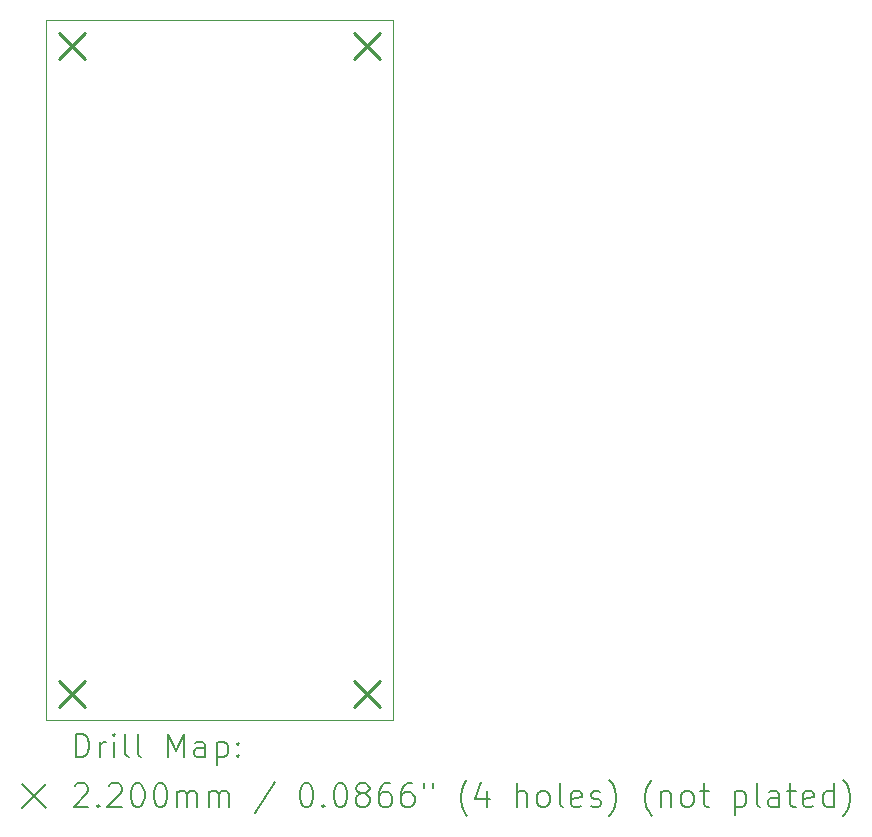
<source format=gbr>
%FSLAX45Y45*%
G04 Gerber Fmt 4.5, Leading zero omitted, Abs format (unit mm)*
G04 Created by KiCad (PCBNEW 6.0.0-d3dd2cf0fa~116~ubuntu18.04.1) date 2023-02-13 16:23:23*
%MOMM*%
%LPD*%
G01*
G04 APERTURE LIST*
%TA.AperFunction,Profile*%
%ADD10C,0.100000*%
%TD*%
%ADD11C,0.200000*%
%ADD12C,0.220000*%
G04 APERTURE END LIST*
D10*
X12816840Y-7563080D02*
X15753080Y-7563080D01*
X15753080Y-7563080D02*
X15753080Y-13486360D01*
X15753080Y-13486360D02*
X12816840Y-13486360D01*
X12816840Y-13486360D02*
X12816840Y-7563080D01*
D11*
D12*
X12925280Y-7672560D02*
X13145280Y-7892560D01*
X13145280Y-7672560D02*
X12925280Y-7892560D01*
X12925280Y-13158960D02*
X13145280Y-13378960D01*
X13145280Y-13158960D02*
X12925280Y-13378960D01*
X15424640Y-7672560D02*
X15644640Y-7892560D01*
X15644640Y-7672560D02*
X15424640Y-7892560D01*
X15424640Y-13158960D02*
X15644640Y-13378960D01*
X15644640Y-13158960D02*
X15424640Y-13378960D01*
D11*
X13069459Y-13801836D02*
X13069459Y-13601836D01*
X13117078Y-13601836D01*
X13145649Y-13611360D01*
X13164697Y-13630408D01*
X13174221Y-13649455D01*
X13183745Y-13687550D01*
X13183745Y-13716122D01*
X13174221Y-13754217D01*
X13164697Y-13773265D01*
X13145649Y-13792312D01*
X13117078Y-13801836D01*
X13069459Y-13801836D01*
X13269459Y-13801836D02*
X13269459Y-13668503D01*
X13269459Y-13706598D02*
X13278983Y-13687550D01*
X13288507Y-13678027D01*
X13307554Y-13668503D01*
X13326602Y-13668503D01*
X13393268Y-13801836D02*
X13393268Y-13668503D01*
X13393268Y-13601836D02*
X13383745Y-13611360D01*
X13393268Y-13620884D01*
X13402792Y-13611360D01*
X13393268Y-13601836D01*
X13393268Y-13620884D01*
X13517078Y-13801836D02*
X13498030Y-13792312D01*
X13488507Y-13773265D01*
X13488507Y-13601836D01*
X13621840Y-13801836D02*
X13602792Y-13792312D01*
X13593268Y-13773265D01*
X13593268Y-13601836D01*
X13850411Y-13801836D02*
X13850411Y-13601836D01*
X13917078Y-13744693D01*
X13983745Y-13601836D01*
X13983745Y-13801836D01*
X14164697Y-13801836D02*
X14164697Y-13697074D01*
X14155173Y-13678027D01*
X14136126Y-13668503D01*
X14098030Y-13668503D01*
X14078983Y-13678027D01*
X14164697Y-13792312D02*
X14145649Y-13801836D01*
X14098030Y-13801836D01*
X14078983Y-13792312D01*
X14069459Y-13773265D01*
X14069459Y-13754217D01*
X14078983Y-13735169D01*
X14098030Y-13725646D01*
X14145649Y-13725646D01*
X14164697Y-13716122D01*
X14259935Y-13668503D02*
X14259935Y-13868503D01*
X14259935Y-13678027D02*
X14278983Y-13668503D01*
X14317078Y-13668503D01*
X14336126Y-13678027D01*
X14345649Y-13687550D01*
X14355173Y-13706598D01*
X14355173Y-13763741D01*
X14345649Y-13782788D01*
X14336126Y-13792312D01*
X14317078Y-13801836D01*
X14278983Y-13801836D01*
X14259935Y-13792312D01*
X14440888Y-13782788D02*
X14450411Y-13792312D01*
X14440888Y-13801836D01*
X14431364Y-13792312D01*
X14440888Y-13782788D01*
X14440888Y-13801836D01*
X14440888Y-13678027D02*
X14450411Y-13687550D01*
X14440888Y-13697074D01*
X14431364Y-13687550D01*
X14440888Y-13678027D01*
X14440888Y-13697074D01*
X12611840Y-14031360D02*
X12811840Y-14231360D01*
X12811840Y-14031360D02*
X12611840Y-14231360D01*
X13059935Y-14040884D02*
X13069459Y-14031360D01*
X13088507Y-14021836D01*
X13136126Y-14021836D01*
X13155173Y-14031360D01*
X13164697Y-14040884D01*
X13174221Y-14059931D01*
X13174221Y-14078979D01*
X13164697Y-14107550D01*
X13050411Y-14221836D01*
X13174221Y-14221836D01*
X13259935Y-14202788D02*
X13269459Y-14212312D01*
X13259935Y-14221836D01*
X13250411Y-14212312D01*
X13259935Y-14202788D01*
X13259935Y-14221836D01*
X13345649Y-14040884D02*
X13355173Y-14031360D01*
X13374221Y-14021836D01*
X13421840Y-14021836D01*
X13440888Y-14031360D01*
X13450411Y-14040884D01*
X13459935Y-14059931D01*
X13459935Y-14078979D01*
X13450411Y-14107550D01*
X13336126Y-14221836D01*
X13459935Y-14221836D01*
X13583745Y-14021836D02*
X13602792Y-14021836D01*
X13621840Y-14031360D01*
X13631364Y-14040884D01*
X13640888Y-14059931D01*
X13650411Y-14098027D01*
X13650411Y-14145646D01*
X13640888Y-14183741D01*
X13631364Y-14202788D01*
X13621840Y-14212312D01*
X13602792Y-14221836D01*
X13583745Y-14221836D01*
X13564697Y-14212312D01*
X13555173Y-14202788D01*
X13545649Y-14183741D01*
X13536126Y-14145646D01*
X13536126Y-14098027D01*
X13545649Y-14059931D01*
X13555173Y-14040884D01*
X13564697Y-14031360D01*
X13583745Y-14021836D01*
X13774221Y-14021836D02*
X13793268Y-14021836D01*
X13812316Y-14031360D01*
X13821840Y-14040884D01*
X13831364Y-14059931D01*
X13840888Y-14098027D01*
X13840888Y-14145646D01*
X13831364Y-14183741D01*
X13821840Y-14202788D01*
X13812316Y-14212312D01*
X13793268Y-14221836D01*
X13774221Y-14221836D01*
X13755173Y-14212312D01*
X13745649Y-14202788D01*
X13736126Y-14183741D01*
X13726602Y-14145646D01*
X13726602Y-14098027D01*
X13736126Y-14059931D01*
X13745649Y-14040884D01*
X13755173Y-14031360D01*
X13774221Y-14021836D01*
X13926602Y-14221836D02*
X13926602Y-14088503D01*
X13926602Y-14107550D02*
X13936126Y-14098027D01*
X13955173Y-14088503D01*
X13983745Y-14088503D01*
X14002792Y-14098027D01*
X14012316Y-14117074D01*
X14012316Y-14221836D01*
X14012316Y-14117074D02*
X14021840Y-14098027D01*
X14040888Y-14088503D01*
X14069459Y-14088503D01*
X14088507Y-14098027D01*
X14098030Y-14117074D01*
X14098030Y-14221836D01*
X14193268Y-14221836D02*
X14193268Y-14088503D01*
X14193268Y-14107550D02*
X14202792Y-14098027D01*
X14221840Y-14088503D01*
X14250411Y-14088503D01*
X14269459Y-14098027D01*
X14278983Y-14117074D01*
X14278983Y-14221836D01*
X14278983Y-14117074D02*
X14288507Y-14098027D01*
X14307554Y-14088503D01*
X14336126Y-14088503D01*
X14355173Y-14098027D01*
X14364697Y-14117074D01*
X14364697Y-14221836D01*
X14755173Y-14012312D02*
X14583745Y-14269455D01*
X15012316Y-14021836D02*
X15031364Y-14021836D01*
X15050411Y-14031360D01*
X15059935Y-14040884D01*
X15069459Y-14059931D01*
X15078983Y-14098027D01*
X15078983Y-14145646D01*
X15069459Y-14183741D01*
X15059935Y-14202788D01*
X15050411Y-14212312D01*
X15031364Y-14221836D01*
X15012316Y-14221836D01*
X14993268Y-14212312D01*
X14983745Y-14202788D01*
X14974221Y-14183741D01*
X14964697Y-14145646D01*
X14964697Y-14098027D01*
X14974221Y-14059931D01*
X14983745Y-14040884D01*
X14993268Y-14031360D01*
X15012316Y-14021836D01*
X15164697Y-14202788D02*
X15174221Y-14212312D01*
X15164697Y-14221836D01*
X15155173Y-14212312D01*
X15164697Y-14202788D01*
X15164697Y-14221836D01*
X15298030Y-14021836D02*
X15317078Y-14021836D01*
X15336126Y-14031360D01*
X15345649Y-14040884D01*
X15355173Y-14059931D01*
X15364697Y-14098027D01*
X15364697Y-14145646D01*
X15355173Y-14183741D01*
X15345649Y-14202788D01*
X15336126Y-14212312D01*
X15317078Y-14221836D01*
X15298030Y-14221836D01*
X15278983Y-14212312D01*
X15269459Y-14202788D01*
X15259935Y-14183741D01*
X15250411Y-14145646D01*
X15250411Y-14098027D01*
X15259935Y-14059931D01*
X15269459Y-14040884D01*
X15278983Y-14031360D01*
X15298030Y-14021836D01*
X15478983Y-14107550D02*
X15459935Y-14098027D01*
X15450411Y-14088503D01*
X15440888Y-14069455D01*
X15440888Y-14059931D01*
X15450411Y-14040884D01*
X15459935Y-14031360D01*
X15478983Y-14021836D01*
X15517078Y-14021836D01*
X15536126Y-14031360D01*
X15545649Y-14040884D01*
X15555173Y-14059931D01*
X15555173Y-14069455D01*
X15545649Y-14088503D01*
X15536126Y-14098027D01*
X15517078Y-14107550D01*
X15478983Y-14107550D01*
X15459935Y-14117074D01*
X15450411Y-14126598D01*
X15440888Y-14145646D01*
X15440888Y-14183741D01*
X15450411Y-14202788D01*
X15459935Y-14212312D01*
X15478983Y-14221836D01*
X15517078Y-14221836D01*
X15536126Y-14212312D01*
X15545649Y-14202788D01*
X15555173Y-14183741D01*
X15555173Y-14145646D01*
X15545649Y-14126598D01*
X15536126Y-14117074D01*
X15517078Y-14107550D01*
X15726602Y-14021836D02*
X15688507Y-14021836D01*
X15669459Y-14031360D01*
X15659935Y-14040884D01*
X15640888Y-14069455D01*
X15631364Y-14107550D01*
X15631364Y-14183741D01*
X15640888Y-14202788D01*
X15650411Y-14212312D01*
X15669459Y-14221836D01*
X15707554Y-14221836D01*
X15726602Y-14212312D01*
X15736126Y-14202788D01*
X15745649Y-14183741D01*
X15745649Y-14136122D01*
X15736126Y-14117074D01*
X15726602Y-14107550D01*
X15707554Y-14098027D01*
X15669459Y-14098027D01*
X15650411Y-14107550D01*
X15640888Y-14117074D01*
X15631364Y-14136122D01*
X15917078Y-14021836D02*
X15878983Y-14021836D01*
X15859935Y-14031360D01*
X15850411Y-14040884D01*
X15831364Y-14069455D01*
X15821840Y-14107550D01*
X15821840Y-14183741D01*
X15831364Y-14202788D01*
X15840888Y-14212312D01*
X15859935Y-14221836D01*
X15898030Y-14221836D01*
X15917078Y-14212312D01*
X15926602Y-14202788D01*
X15936126Y-14183741D01*
X15936126Y-14136122D01*
X15926602Y-14117074D01*
X15917078Y-14107550D01*
X15898030Y-14098027D01*
X15859935Y-14098027D01*
X15840888Y-14107550D01*
X15831364Y-14117074D01*
X15821840Y-14136122D01*
X16012316Y-14021836D02*
X16012316Y-14059931D01*
X16088507Y-14021836D02*
X16088507Y-14059931D01*
X16383745Y-14298027D02*
X16374221Y-14288503D01*
X16355173Y-14259931D01*
X16345649Y-14240884D01*
X16336126Y-14212312D01*
X16326602Y-14164693D01*
X16326602Y-14126598D01*
X16336126Y-14078979D01*
X16345649Y-14050408D01*
X16355173Y-14031360D01*
X16374221Y-14002788D01*
X16383745Y-13993265D01*
X16545649Y-14088503D02*
X16545649Y-14221836D01*
X16498030Y-14012312D02*
X16450411Y-14155169D01*
X16574221Y-14155169D01*
X16802792Y-14221836D02*
X16802792Y-14021836D01*
X16888507Y-14221836D02*
X16888507Y-14117074D01*
X16878983Y-14098027D01*
X16859935Y-14088503D01*
X16831364Y-14088503D01*
X16812316Y-14098027D01*
X16802792Y-14107550D01*
X17012316Y-14221836D02*
X16993269Y-14212312D01*
X16983745Y-14202788D01*
X16974221Y-14183741D01*
X16974221Y-14126598D01*
X16983745Y-14107550D01*
X16993269Y-14098027D01*
X17012316Y-14088503D01*
X17040888Y-14088503D01*
X17059935Y-14098027D01*
X17069459Y-14107550D01*
X17078983Y-14126598D01*
X17078983Y-14183741D01*
X17069459Y-14202788D01*
X17059935Y-14212312D01*
X17040888Y-14221836D01*
X17012316Y-14221836D01*
X17193269Y-14221836D02*
X17174221Y-14212312D01*
X17164697Y-14193265D01*
X17164697Y-14021836D01*
X17345650Y-14212312D02*
X17326602Y-14221836D01*
X17288507Y-14221836D01*
X17269459Y-14212312D01*
X17259935Y-14193265D01*
X17259935Y-14117074D01*
X17269459Y-14098027D01*
X17288507Y-14088503D01*
X17326602Y-14088503D01*
X17345650Y-14098027D01*
X17355173Y-14117074D01*
X17355173Y-14136122D01*
X17259935Y-14155169D01*
X17431364Y-14212312D02*
X17450411Y-14221836D01*
X17488507Y-14221836D01*
X17507554Y-14212312D01*
X17517078Y-14193265D01*
X17517078Y-14183741D01*
X17507554Y-14164693D01*
X17488507Y-14155169D01*
X17459935Y-14155169D01*
X17440888Y-14145646D01*
X17431364Y-14126598D01*
X17431364Y-14117074D01*
X17440888Y-14098027D01*
X17459935Y-14088503D01*
X17488507Y-14088503D01*
X17507554Y-14098027D01*
X17583745Y-14298027D02*
X17593269Y-14288503D01*
X17612316Y-14259931D01*
X17621840Y-14240884D01*
X17631364Y-14212312D01*
X17640888Y-14164693D01*
X17640888Y-14126598D01*
X17631364Y-14078979D01*
X17621840Y-14050408D01*
X17612316Y-14031360D01*
X17593269Y-14002788D01*
X17583745Y-13993265D01*
X17945650Y-14298027D02*
X17936126Y-14288503D01*
X17917078Y-14259931D01*
X17907554Y-14240884D01*
X17898030Y-14212312D01*
X17888507Y-14164693D01*
X17888507Y-14126598D01*
X17898030Y-14078979D01*
X17907554Y-14050408D01*
X17917078Y-14031360D01*
X17936126Y-14002788D01*
X17945650Y-13993265D01*
X18021840Y-14088503D02*
X18021840Y-14221836D01*
X18021840Y-14107550D02*
X18031364Y-14098027D01*
X18050411Y-14088503D01*
X18078983Y-14088503D01*
X18098030Y-14098027D01*
X18107554Y-14117074D01*
X18107554Y-14221836D01*
X18231364Y-14221836D02*
X18212316Y-14212312D01*
X18202792Y-14202788D01*
X18193269Y-14183741D01*
X18193269Y-14126598D01*
X18202792Y-14107550D01*
X18212316Y-14098027D01*
X18231364Y-14088503D01*
X18259935Y-14088503D01*
X18278983Y-14098027D01*
X18288507Y-14107550D01*
X18298030Y-14126598D01*
X18298030Y-14183741D01*
X18288507Y-14202788D01*
X18278983Y-14212312D01*
X18259935Y-14221836D01*
X18231364Y-14221836D01*
X18355173Y-14088503D02*
X18431364Y-14088503D01*
X18383745Y-14021836D02*
X18383745Y-14193265D01*
X18393269Y-14212312D01*
X18412316Y-14221836D01*
X18431364Y-14221836D01*
X18650411Y-14088503D02*
X18650411Y-14288503D01*
X18650411Y-14098027D02*
X18669459Y-14088503D01*
X18707554Y-14088503D01*
X18726602Y-14098027D01*
X18736126Y-14107550D01*
X18745650Y-14126598D01*
X18745650Y-14183741D01*
X18736126Y-14202788D01*
X18726602Y-14212312D01*
X18707554Y-14221836D01*
X18669459Y-14221836D01*
X18650411Y-14212312D01*
X18859935Y-14221836D02*
X18840888Y-14212312D01*
X18831364Y-14193265D01*
X18831364Y-14021836D01*
X19021840Y-14221836D02*
X19021840Y-14117074D01*
X19012316Y-14098027D01*
X18993269Y-14088503D01*
X18955173Y-14088503D01*
X18936126Y-14098027D01*
X19021840Y-14212312D02*
X19002792Y-14221836D01*
X18955173Y-14221836D01*
X18936126Y-14212312D01*
X18926602Y-14193265D01*
X18926602Y-14174217D01*
X18936126Y-14155169D01*
X18955173Y-14145646D01*
X19002792Y-14145646D01*
X19021840Y-14136122D01*
X19088507Y-14088503D02*
X19164697Y-14088503D01*
X19117078Y-14021836D02*
X19117078Y-14193265D01*
X19126602Y-14212312D01*
X19145650Y-14221836D01*
X19164697Y-14221836D01*
X19307554Y-14212312D02*
X19288507Y-14221836D01*
X19250411Y-14221836D01*
X19231364Y-14212312D01*
X19221840Y-14193265D01*
X19221840Y-14117074D01*
X19231364Y-14098027D01*
X19250411Y-14088503D01*
X19288507Y-14088503D01*
X19307554Y-14098027D01*
X19317078Y-14117074D01*
X19317078Y-14136122D01*
X19221840Y-14155169D01*
X19488507Y-14221836D02*
X19488507Y-14021836D01*
X19488507Y-14212312D02*
X19469459Y-14221836D01*
X19431364Y-14221836D01*
X19412316Y-14212312D01*
X19402792Y-14202788D01*
X19393269Y-14183741D01*
X19393269Y-14126598D01*
X19402792Y-14107550D01*
X19412316Y-14098027D01*
X19431364Y-14088503D01*
X19469459Y-14088503D01*
X19488507Y-14098027D01*
X19564697Y-14298027D02*
X19574221Y-14288503D01*
X19593269Y-14259931D01*
X19602792Y-14240884D01*
X19612316Y-14212312D01*
X19621840Y-14164693D01*
X19621840Y-14126598D01*
X19612316Y-14078979D01*
X19602792Y-14050408D01*
X19593269Y-14031360D01*
X19574221Y-14002788D01*
X19564697Y-13993265D01*
M02*

</source>
